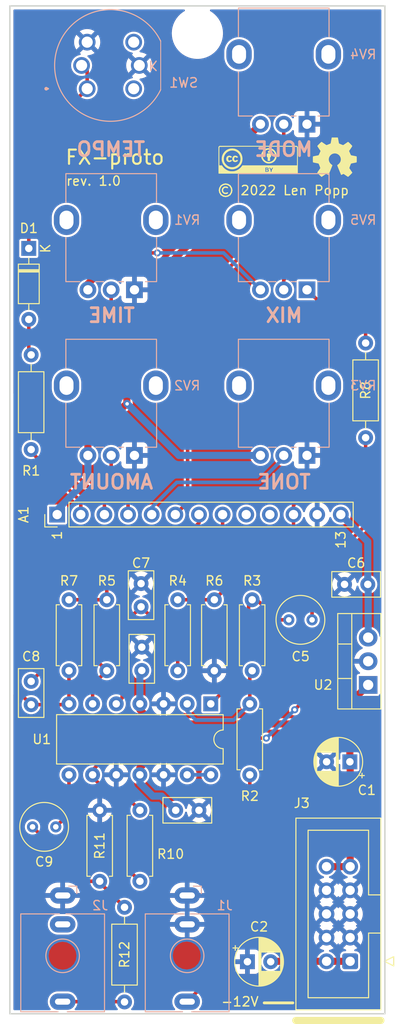
<source format=kicad_pcb>
(kicad_pcb (version 20211014) (generator pcbnew)
  (title_block (title "FX Module Prototype") (date "2022-08-26") (rev "1.0") (company "Len Popp") (comment 1 "Copyright © 2022 Len Popp CC BY") (comment 2 "Board settings comply with requirements of OSH Park https://oshpark.com/") (comment 3 "Eurorack format prototype FX module - 8HP"))
  (layers (0 "F.Cu" signal) (31 "B.Cu" signal) (36 "B.SilkS" user "B.Silkscreen") (37 "F.SilkS" user "F.Silkscreen") (38 "B.Mask" user) (39 "F.Mask" user) (44 "Edge.Cuts" user))
  (net 0 "")
  (net 1 "+12V")
  (net 2 "GND")
  (net 3 "-12V")
  (net 5 "Net-(A1-Pad2)")
  (net 6 "Net-(A1-Pad3)")
  (net 7 "Net-(A1-Pad4)")
  (net 8 "Net-(A1-Pad5)")
  (net 9 "Net-(A1-Pad6)")
  (net 10 "Net-(A1-Pad7)")
  (net 11 "Net-(A1-Pad8)")
  (net 14 "/DRY")
  (net 15 "+8V")
  (net 16 "Net-(C5-Pad1)")
  (net 17 "Net-(C7-Pad1)")
  (net 18 "Net-(C8-Pad2)")
  (net 19 "Net-(C8-Pad1)")
  (net 20 "Net-(J1-PadT)")
  (net 21 "Net-(J2-PadT)")
  (net 22 "Net-(R2-Pad2)")
  (net 23 "Net-(R10-Pad1)")
  (net 26 "Net-(C9-Pad2)")
  (net 27 "/VREF")
  (net 28 "Net-(U1-Pad13)")
  (net 29 "Net-(D1-Pad1)")
  (net 30 "Net-(D1-Pad2)")
  (net 31 "Net-(C9-Pad1)")
  (net 32 "Net-(R8-Pad1)")
  (footprint "-lmp-misc:Logo_CC_BY" (layer "F.Cu") (at 127 53.34)
    (fp_text reference "G1" hide)
    (fp_text value "Logo_CC_BY" hide)
  )
  (footprint "-lmp-misc:Logo_OSHW" (layer "F.Cu") (at 135.255 53.086)
    (fp_text reference "G3" hide)
    (fp_text value "Logo_OSHW" hide)
  )
  (footprint "-lmp-misc:R_Axial_DIN0207_L6.3mm_D2.5mm_P7.62mm_Horizontal" (layer "F.Cu") (at 122.301 100.584 -90)
    (fp_text reference "R6" (at -2.032 0 180) (layer "F.SilkS"))
    (fp_text value "2K2")
    (pad "1" thru_hole circle locked (at 0 0 270) (size 1.6 1.6) (drill 0.8) (layers *.Cu *.Mask) (net 11 "Net-(A1-Pad8)"))
    (pad "2" thru_hole oval locked (at 7.62 0 270) (size 1.6 1.6) (drill 0.8) (layers *.Cu *.Mask) (net 2 "GND"))
  )
  (footprint "-lmp-misc:R_Axial_DIN0207_L6.3mm_D2.5mm_P7.62mm_Horizontal" (layer "F.Cu") (at 126.111 119.38 90)
    (fp_text reference "R2" (at -2.286 0 180) (layer "F.SilkS"))
    (fp_text value "100K")
    (pad "1" thru_hole circle locked (at 0 0 90) (size 1.6 1.6) (drill 0.8) (layers *.Cu *.Mask) (net 20 "Net-(J1-PadT)"))
    (pad "2" thru_hole oval locked (at 7.62 0 90) (size 1.6 1.6) (drill 0.8) (layers *.Cu *.Mask) (net 22 "Net-(R2-Pad2)"))
  )
  (footprint "-lmp-misc:R_Axial_DIN0207_L6.3mm_D2.5mm_P10.16mm_Horizontal" (layer "F.Cu") (at 102.616 84.455 90)
    (fp_text reference "R1" (at -2.286 0 180) (layer "F.SilkS"))
    (fp_text value "1K")
    (pad "1" thru_hole circle locked (at 0 0 90) (size 1.6 1.6) (drill 0.8) (layers *.Cu *.Mask) (net 5 "Net-(A1-Pad2)"))
    (pad "2" thru_hole oval locked (at 10.16 0 90) (size 1.6 1.6) (drill 0.8) (layers *.Cu *.Mask) (net 30 "Net-(D1-Pad2)"))
  )
  (footprint "-lmp-synth:Module_ABE_Socket_Vert" (layer "F.Cu") (at 105.41 91.44 90)
    (fp_text reference "A1" (at 0 -3.6 90) (layer "F.SilkS"))
    (fp_text value "Module_ABE")
    (fp_text user "13" (at -1.651 30.48 90 unlocked) (layer "F.SilkS") (effects (justify right)))
    (fp_text user "1" (at -1.651 0 90 unlocked) (layer "F.SilkS") (effects (justify right)))
    (pad "1" thru_hole rect (at 0 0 90) (size 1.7 1.7) (drill 1) (layers *.Cu *.Mask) (net 27 "/VREF"))
    (pad "2" thru_hole oval (at 0 2.54 90) (size 1.7 1.7) (drill 1) (layers *.Cu *.Mask) (net 5 "Net-(A1-Pad2)"))
    (pad "3" thru_hole oval (at 0 5.08 90) (size 1.7 1.7) (drill 1) (layers *.Cu *.Mask) (net 6 "Net-(A1-Pad3)"))
    (pad "4" thru_hole oval (at 0 7.62 90) (size 1.7 1.7) (drill 1) (layers *.Cu *.Mask) (net 7 "Net-(A1-Pad4)"))
    (pad "5" thru_hole oval (at 0 10.16 90) (size 1.7 1.7) (drill 1) (layers *.Cu *.Mask) (net 8 "Net-(A1-Pad5)"))
    (pad "6" thru_hole oval (at 0 12.7 90) (size 1.7 1.7) (drill 1) (layers *.Cu *.Mask) (net 9 "Net-(A1-Pad6)"))
    (pad "7" thru_hole oval (at 0 15.24 90) (size 1.7 1.7) (drill 1) (layers *.Cu *.Mask) (net 10 "Net-(A1-Pad7)"))
    (pad "8" thru_hole oval (at 0 17.78 90) (size 1.7 1.7) (drill 1) (layers *.Cu *.Mask) (net 11 "Net-(A1-Pad8)"))
    (pad "9" thru_hole oval (at 0 20.32 90) (size 1.7 1.7) (drill 1) (layers *.Cu *.Mask))
    (pad "10" thru_hole oval (at 0 22.86 90) (size 1.7 1.7) (drill 1) (layers *.Cu *.Mask))
    (pad "11" thru_hole oval (at 0 25.4 90) (size 1.7 1.7) (drill 1) (layers *.Cu *.Mask) (net 14 "/DRY"))
    (pad "12" thru_hole oval (at 0 27.94 90) (size 1.7 1.7) (drill 1) (layers *.Cu *.Mask) (net 2 "GND"))
    (pad "13" thru_hole oval (at 0 30.48 90) (size 1.7 1.7) (drill 1) (layers *.Cu *.Mask) (net 15 "+8V"))
  )
  (footprint "-lmp-misc:R_Axial_DIN0207_L6.3mm_D2.5mm_P7.62mm_Horizontal" (layer "F.Cu") (at 126.365 108.204 90)
    (fp_text reference "R3" (at 9.652 0 180) (layer "F.SilkS"))
    (fp_text value "20K")
    (pad "1" thru_hole circle locked (at 0 0 90) (size 1.6 1.6) (drill 0.8) (layers *.Cu *.Mask) (net 22 "Net-(R2-Pad2)"))
    (pad "2" thru_hole oval locked (at 7.62 0 90) (size 1.6 1.6) (drill 0.8) (layers *.Cu *.Mask) (net 16 "Net-(C5-Pad1)"))
  )
  (footprint "-lmp-misc:R_Axial_DIN0207_L6.3mm_D2.5mm_P7.62mm_Horizontal" (layer "F.Cu") (at 109.982 130.81 90)
    (fp_text reference "R11" (at 3.81 0 90) (layer "F.SilkS"))
    (fp_text value "100K")
    (pad "1" thru_hole circle locked (at 0 0 90) (size 1.6 1.6) (drill 0.8) (layers *.Cu *.Mask) (net 26 "Net-(C9-Pad2)"))
    (pad "2" thru_hole oval locked (at 7.62 0 90) (size 1.6 1.6) (drill 0.8) (layers *.Cu *.Mask) (net 2 "GND"))
  )
  (footprint "-lmp-synth:IDC-Header-Eurorack-10-TH" (layer "F.Cu") (at 136.8965 139.401 180)
    (fp_text reference "J3" (at 5.1975 16.973) (layer "F.SilkS"))
    (fp_text value "Conn_Eurorack_10")
    (pad "1" thru_hole roundrect locked (at 0 0 180) (size 1.7 1.7) (drill 1) (layers *.Cu *.Mask) (roundrect_rratio 0.1470588235) (net 3 "-12V"))
    (pad "2" thru_hole circle locked (at 2.54 0 180) (size 1.7 1.7) (drill 1) (layers *.Cu *.Mask) (net 3 "-12V"))
    (pad "3" thru_hole circle locked (at 0 2.54 180) (size 1.7 1.7) (drill 1) (layers *.Cu *.Mask) (net 2 "GND"))
    (pad "4" thru_hole circle locked (at 2.54 2.54 180) (size 1.7 1.7) (drill 1) (layers *.Cu *.Mask) (net 2 "GND"))
    (pad "5" thru_hole circle locked (at 0 5.08 180) (size 1.7 1.7) (drill 1) (layers *.Cu *.Mask) (net 2 "GND"))
    (pad "6" thru_hole circle locked (at 2.54 5.08 180) (size 1.7 1.7) (drill 1) (layers *.Cu *.Mask) (net 2 "GND"))
    (pad "7" thru_hole circle locked (at 0 7.62 180) (size 1.7 1.7) (drill 1) (layers *.Cu *.Mask) (net 2 "GND"))
    (pad "8" thru_hole circle locked (at 2.54 7.62 180) (size 1.7 1.7) (drill 1) (layers *.Cu *.Mask) (net 2 "GND"))
    (pad "9" thru_hole circle locked (at 0 10.16 180) (size 1.7 1.7) (drill 1) (layers *.Cu *.Mask) (net 1 "+12V"))
    (pad "10" thru_hole circle locked (at 2.54 10.16 180) (size 1.7 1.7) (drill 1) (layers *.Cu *.Mask) (net 1 "+12V"))
  )
  (footprint "-lmp-holes:MountingHole_PCB_3.2mm_M3" (layer "F.Cu") (at 120.479998 39.77)
    (fp_text reference "REF**" hide)
    (fp_text value "MountingHole_PCB_3.2mm_M3")
    (pad "" np_thru_hole circle locked (at 0 0) (size 3.2 3.2) (drill 3.2) (layers *.Cu *.Mask))
  )
  (footprint "Package_TO_SOT_THT:TO-220-3_Vertical" (layer "F.Cu") (at 138.831 109.728 90)
    (fp_text reference "U2" (at 0 -4.846 180) (layer "F.SilkS"))
    (fp_text value "L7808")
    (pad "1" thru_hole rect (at 0 0 90) (size 1.905 2) (drill 1.1) (layers *.Cu *.Mask) (net 1 "+12V"))
    (pad "2" thru_hole oval (at 2.54 0 90) (size 1.905 2) (drill 1.1) (layers *.Cu *.Mask) (net 2 "GND"))
    (pad "3" thru_hole oval (at 5.08 0 90) (size 1.905 2) (drill 1.1) (layers *.Cu *.Mask) (net 15 "+8V"))
  )
  (footprint "-lmp-misc:CP_Radial_D5.0mm_P2.50mm" (layer "F.Cu") (at 136.866 117.983 180)
    (fp_text reference "C1" (at -1.818 -3.048) (layer "F.SilkS"))
    (fp_text value "10U")
    (pad "1" thru_hole rect locked (at 0 0 180) (size 1.6 1.6) (drill 0.8) (layers *.Cu *.Mask) (net 1 "+12V"))
    (pad "2" thru_hole circle locked (at 2.5 0 180) (size 1.6 1.6) (drill 0.8) (layers *.Cu *.Mask) (net 2 "GND"))
  )
  (footprint "-lmp-misc:R_Axial_DIN0207_L6.3mm_D2.5mm_P7.62mm_Horizontal" (layer "F.Cu") (at 118.364 100.584 -90)
    (fp_text reference "R4" (at -2.032 0 180) (layer "F.SilkS"))
    (fp_text value "10K")
    (pad "1" thru_hole circle locked (at 0 0 270) (size 1.6 1.6) (drill 0.8) (layers *.Cu *.Mask) (net 11 "Net-(A1-Pad8)"))
    (pad "2" thru_hole oval locked (at 7.62 0 270) (size 1.6 1.6) (drill 0.8) (layers *.Cu *.Mask) (net 17 "Net-(C7-Pad1)"))
  )
  (footprint "Package_DIP:DIP-14_W7.62mm" (layer "F.Cu") (at 121.92 111.76 -90)
    (fp_text reference "U1" (at 3.81 18.161 180) (layer "F.SilkS"))
    (fp_text value "TL074")
    (pad "1" thru_hole rect (at 0 0 270) (size 1.6 1.6) (drill 0.8) (layers *.Cu *.Mask) (net 16 "Net-(C5-Pad1)"))
    (pad "2" thru_hole oval (at 0 2.54 270) (size 1.6 1.6) (drill 0.8) (layers *.Cu *.Mask) (net 22 "Net-(R2-Pad2)"))
    (pad "3" thru_hole oval (at 0 5.08 270) (size 1.6 1.6) (drill 0.8) (layers *.Cu *.Mask) (net 2 "GND"))
    (pad "4" thru_hole oval (at 0 7.62 270) (size 1.6 1.6) (drill 0.8) (layers *.Cu *.Mask) (net 1 "+12V"))
    (pad "5" thru_hole oval (at 0 10.16 270) (size 1.6 1.6) (drill 0.8) (layers *.Cu *.Mask) (net 17 "Net-(C7-Pad1)"))
    (pad "6" thru_hole oval (at 0 12.7 270) (size 1.6 1.6) (drill 0.8) (layers *.Cu *.Mask) (net 19 "Net-(C8-Pad1)"))
    (pad "7" thru_hole oval (at 0 15.24 270) (size 1.6 1.6) (drill 0.8) (layers *.Cu *.Mask) (net 18 "Net-(C8-Pad2)"))
    (pad "8" thru_hole oval (at 7.62 15.24 270) (size 1.6 1.6) (drill 0.8) (layers *.Cu *.Mask) (net 31 "Net-(C9-Pad1)"))
    (pad "9" thru_hole oval (at 7.62 12.7 270) (size 1.6 1.6) (drill 0.8) (layers *.Cu *.Mask) (net 23 "Net-(R10-Pad1)"))
    (pad "10" thru_hole oval (at 7.62 10.16 270) (size 1.6 1.6) (drill 0.8) (layers *.Cu *.Mask) (net 2 "GND"))
    (pad "11" thru_hole oval (at 7.62 7.62 270) (size 1.6 1.6) (drill 0.8) (layers *.Cu *.Mask) (net 3 "-12V"))
    (pad "12" thru_hole oval (at 7.62 5.08 270) (size 1.6 1.6) (drill 0.8) (layers *.Cu *.Mask) (net 2 "GND"))
    (pad "13" thru_hole oval (at 7.62 2.54 270) (size 1.6 1.6) (drill 0.8) (layers *.Cu *.Mask) (net 28 "Net-(U1-Pad13)"))
    (pad "14" thru_hole oval (at 7.62 0 270) (size 1.6 1.6) (drill 0.8) (layers *.Cu *.Mask) (net 28 "Net-(U1-Pad13)"))
  )
  (footprint "-lmp-misc:R_Axial_DIN0207_L6.3mm_D2.5mm_P10.16mm_Horizontal" (layer "F.Cu") (at 138.557 73.025 -90)
    (fp_text reference "R8" (at 5.08 0 90) (layer "F.SilkS"))
    (fp_text value "50K")
    (pad "1" thru_hole circle locked (at 0 0 270) (size 1.6 1.6) (drill 0.8) (layers *.Cu *.Mask) (net 32 "Net-(R8-Pad1)"))
    (pad "2" thru_hole oval locked (at 10.16 0 270) (size 1.6 1.6) (drill 0.8) (layers *.Cu *.Mask) (net 23 "Net-(R10-Pad1)"))
  )
  (footprint "-lmp-misc:R_Axial_DIN0207_L6.3mm_D2.5mm_P7.62mm_Horizontal" (layer "F.Cu") (at 106.68 100.584 -90)
    (fp_text reference "R7" (at -2.032 0 180) (layer "F.SilkS"))
    (fp_text value "2K2")
    (pad "1" thru_hole circle locked (at 0 0 270) (size 1.6 1.6) (drill 0.8) (layers *.Cu *.Mask) (net 10 "Net-(A1-Pad7)"))
    (pad "2" thru_hole oval locked (at 7.62 0 270) (size 1.6 1.6) (drill 0.8) (layers *.Cu *.Mask) (net 18 "Net-(C8-Pad2)"))
  )
  (footprint "-lmp-misc:C_Disc_D5.0mm_W2.5mm_P2.50mm" (layer "F.Cu") (at 102.616 109.347 -90)
    (fp_text reference "C8" (at -2.667 0 180) (layer "F.SilkS"))
    (fp_text value "470P")
    (pad "1" thru_hole circle locked (at 0 0 270) (size 1.6 1.6) (drill 0.8) (layers *.Cu *.Mask) (net 19 "Net-(C8-Pad1)"))
    (pad "2" thru_hole circle locked (at 2.5 0 270) (size 1.6 1.6) (drill 0.8) (layers *.Cu *.Mask) (net 18 "Net-(C8-Pad2)"))
  )
  (footprint "-lmp-misc:R_Axial_DIN0207_L6.3mm_D2.5mm_P7.62mm_Horizontal" (layer "F.Cu") (at 114.3 123.19 -90)
    (fp_text reference "R10" (at 4.699 -3.302 180) (layer "F.SilkS"))
    (fp_text value "120K")
    (pad "1" thru_hole circle locked (at 0 0 270) (size 1.6 1.6) (drill 0.8) (layers *.Cu *.Mask) (net 23 "Net-(R10-Pad1)"))
    (pad "2" thru_hole oval locked (at 7.62 0 270) (size 1.6 1.6) (drill 0.8) (layers *.Cu *.Mask) (net 31 "Net-(C9-Pad1)"))
  )
  (footprint "-lmp-misc:C_Disc_D5.0mm_W2.5mm_P2.50mm" (layer "F.Cu") (at 114.427 101.346 90)
    (fp_text reference "C7" (at 4.699 0 180) (layer "F.SilkS"))
    (fp_text value "470P")
    (pad "1" thru_hole circle locked (at 0 0 90) (size 1.6 1.6) (drill 0.8) (layers *.Cu *.Mask) (net 17 "Net-(C7-Pad1)"))
    (pad "2" thru_hole circle locked (at 2.5 0 90) (size 1.6 1.6) (drill 0.8) (layers *.Cu *.Mask) (net 2 "GND"))
  )
  (footprint "-lmp-misc:C_Radial_D5.0mm_H5.0mm_P2.50mm" (layer "F.Cu") (at 105.263 124.968 180)
    (fp_text reference "C9" (at 1.25 -3.75) (layer "F.SilkS"))
    (fp_text value "10U")
    (pad "1" thru_hole circle locked (at 0 0 180) (size 1.2 1.2) (drill 0.6) (layers *.Cu *.Mask) (net 31 "Net-(C9-Pad1)"))
    (pad "2" thru_hole circle locked (at 2.5 0 180) (size 1.2 1.2) (drill 0.6) (layers *.Cu *.Mask) (net 26 "Net-(C9-Pad2)"))
  )
  (footprint "-lmp-misc:C_Disc_D5.0mm_W2.5mm_P2.50mm" (layer "F.Cu") (at 138.791 98.933 180)
    (fp_text reference "C6" (at 1.25 2.286) (layer "F.SilkS"))
    (fp_text value "100N")
    (pad "1" thru_hole circle locked (at 0 0 180) (size 1.6 1.6) (drill 0.8) (layers *.Cu *.Mask) (net 15 "+8V"))
    (pad "2" thru_hole circle locked (at 2.5 0 180) (size 1.6 1.6) (drill 0.8) (layers *.Cu *.Mask) (net 2 "GND"))
  )
  (footprint "-lmp-misc:C_Disc_D5.0mm_W2.5mm_P2.50mm" (layer "F.Cu") (at 120.65 123.19 180)
    (fp_text reference "C4" hide)
    (fp_text value "100N")
    (pad "1" thru_hole circle locked (at 0 0 180) (size 1.6 1.6) (drill 0.8) (layers *.Cu *.Mask) (net 2 "GND"))
    (pad "2" thru_hole circle locked (at 2.5 0 180) (size 1.6 1.6) (drill 0.8) (layers *.Cu *.Mask) (net 3 "-12V"))
  )
  (footprint "-lmp-misc:CP_Radial_D5.0mm_P2.50mm" (layer "F.Cu") (at 125.857 139.446)
    (fp_text reference "C2" (at 1.25 -3.75) (layer "F.SilkS"))
    (fp_text value "10U")
    (pad "1" thru_hole rect locked (at 0 0) (size 1.6 1.6) (drill 0.8) (layers *.Cu *.Mask) (net 2 "GND"))
    (pad "2" thru_hole circle locked (at 2.5 0) (size 1.6 1.6) (drill 0.8) (layers *.Cu *.Mask) (net 3 "-12V"))
  )
  (footprint "Diode_THT:D_DO-35_SOD27_P7.62mm_Horizontal" (layer "F.Cu") (at 102.362 62.865 -90)
    (fp_text reference "D1" (at -2.159 0 180) (layer "F.SilkS"))
    (fp_text value "1N4148")
    (fp_text user "K" (at 0 -1.8 90) (layer "F.SilkS"))
    (pad "1" thru_hole rect (at 0 0 270) (size 1.6 1.6) (drill 0.8) (layers *.Cu *.Mask) (net 29 "Net-(D1-Pad1)"))
    (pad "2" thru_hole oval (at 7.62 0 270) (size 1.6 1.6) (drill 0.8) (layers *.Cu *.Mask) (net 30 "Net-(D1-Pad2)"))
  )
  (footprint "-lmp-misc:C_Disc_D5.0mm_W2.5mm_P2.50mm" (layer "F.Cu") (at 114.5032 108.1786 90)
    (fp_text reference "C3" hide)
    (fp_text value "100N")
    (pad "1" thru_hole circle locked (at 0 0 90) (size 1.6 1.6) (drill 0.8) (layers *.Cu *.Mask) (net 1 "+12V"))
    (pad "2" thru_hole circle locked (at 2.5 0 90) (size 1.6 1.6) (drill 0.8) (layers *.Cu *.Mask) (net 2 "GND"))
  )
  (footprint "-lmp-misc:R_Axial_DIN0207_L6.3mm_D2.5mm_P7.62mm_Horizontal" (layer "F.Cu") (at 110.744 100.584 -90)
    (fp_text reference "R5" (at -2.032 0 180) (layer "F.SilkS"))
    (fp_text value "10K")
    (pad "1" thru_hole circle locked (at 0 0 270) (size 1.6 1.6) (drill 0.8) (layers *.Cu *.Mask) (net 10 "Net-(A1-Pad7)"))
    (pad "2" thru_hole oval locked (at 7.62 0 270) (size 1.6 1.6) (drill 0.8) (layers *.Cu *.Mask) (net 19 "Net-(C8-Pad1)"))
  )
  (footprint "-lmp-misc:C_Radial_D5.0mm_H5.0mm_P2.50mm" (layer "F.Cu") (at 130.302 102.743)
    (fp_text reference "C5" (at 1.27 3.937) (layer "F.SilkS"))
    (fp_text value "10U")
    (pad "1" thru_hole circle locked (at 0 0) (size 1.2 1.2) (drill 0.6) (layers *.Cu *.Mask) (net 16 "Net-(C5-Pad1)"))
    (pad "2" thru_hole circle locked (at 2.5 0) (size 1.2 1.2) (drill 0.6) (layers *.Cu *.Mask) (net 14 "/DRY"))
  )
  (footprint "-lmp-misc:R_Axial_DIN0207_L6.3mm_D2.5mm_P10.16mm_Horizontal" (layer "F.Cu") (at 112.649 133.604 -90)
    (fp_text reference "R12" (at 5.08 0 90) (layer "F.SilkS"))
    (fp_text value "270R")
    (pad "1" thru_hole circle locked (at 0 0 270) (size 1.6 1.6) (drill 0.8) (layers *.Cu *.Mask) (net 26 "Net-(C9-Pad2)"))
    (pad "2" thru_hole oval locked (at 10.16 0 270) (size 1.6 1.6) (drill 0.8) (layers *.Cu *.Mask) (net 21 "Net-(J2-PadT)"))
  )
  (footprint "-lmp-synth:Jack_3.5mm_QingPu_WQP-PJ398SM_Vertical" (layer "B.Cu") (at 119.38 132.334 180)
    (fp_text reference "J1" (at -4.03 -1.08) (layer "B.SilkS") (effects (justify mirror)))
    (fp_text value "WQP-PJ398")
    (pad "S" thru_hole oval (at 0 0) (size 2.75 1.75) (drill oval 1.65 0.65) (layers *.Cu *.Mask) (net 2 "GND"))
    (pad "T" thru_hole oval (at 0 -11.4) (size 2.75 1.75) (drill oval 1.65 0.65) (layers *.Cu *.Mask) (net 20 "Net-(J1-PadT)"))
    (pad "TN" thru_hole oval (at 0 -3.1) (size 2.75 1.75) (drill oval 1.65 0.65) (layers *.Cu *.Mask) (net 2 "GND"))
  )
  (footprint "-lmp-synth:Potentiometer_SongHuei_Single_Vertical" (layer "B.Cu") (at 113.7158 85.09 90)
    (fp_text reference "RV2" (at 7.493 5.6642 180) (layer "B.SilkS") (effects (justify mirror)))
    (fp_text value "50K")
    (pad "" thru_hole oval (at 7.5 2.3) (size 2.72 3.24) (drill oval 1.5 2) (layers *.Cu *.Mask))
    (pad "" thru_hole oval (at 7.5 -7.3) (size 2.72 3.24) (drill oval 1.5 2) (layers *.Cu *.Mask))
    (pad "1" thru_hole rect (at 0 0) (size 1.8 1.8) (drill 1) (layers *.Cu *.Mask) (net 2 "GND"))
    (pad "2" thru_hole circle (at 0 -2.5) (size 1.8 1.8) (drill 1) (layers *.Cu *.Mask) (net 7 "Net-(A1-Pad4)"))
    (pad "3" thru_hole circle (at 0 -5) (size 1.8 1.8) (drill 1) (layers *.Cu *.Mask) (net 27 "/VREF"))
  )
  (footprint "-lmp-synth:Potentiometer_SongHuei_Single_Vertical" (layer "B.Cu") (at 132.2578 67.31 90)
    (fp_text reference "RV5" (at 7.493 6.0452 180) (layer "B.SilkS") (effects (justify mirror)))
    (fp_text value "100K")
    (pad "" thru_hole oval (at 7.5 2.3) (size 2.72 3.24) (drill oval 1.5 2) (layers *.Cu *.Mask))
    (pad "" thru_hole oval (at 7.5 -7.3) (size 2.72 3.24) (drill oval 1.5 2) (layers *.Cu *.Mask))
    (pad "1" thru_hole rect (at 0 0) (size 1.8 1.8) (drill 1) (layers *.Cu *.Mask) (net 14 "/DRY"))
    (pad "2" thru_hole circle (at 0 -2.5) (size 1.8 1.8) (drill 1) (layers *.Cu *.Mask) (net 32 "Net-(R8-Pad1)"))
    (pad "3" thru_hole circle (at 0 -5) (size 1.8 1.8) (drill 1) (layers *.Cu *.Mask) (net 18 "Net-(C8-Pad2)"))
  )
  (footprint "-lmp-synth:Potentiometer_SongHuei_Single_Vertical" (layer "B.Cu") (at 132.2578 85.09 90)
    (fp_text reference "RV3" (at 7.493 6.0452 180) (layer "B.SilkS") (effects (justify mirror)))
    (fp_text value "50K")
    (pad "" thru_hole oval (at 7.5 2.3) (size 2.72 3.24) (drill oval 1.5 2) (layers *.Cu *.Mask))
    (pad "" thru_hole oval (at 7.5 -7.3) (size 2.72 3.24) (drill oval 1.5 2) (layers *.Cu *.Mask))
    (pad "1" thru_hole rect (at 0 0) (size 1.8 1.8) (drill 1) (layers *.Cu *.Mask) (net 2 "GND"))
    (pad "2" thru_hole circle (at 0 -2.5) (size 1.8 1.8) (drill 1) (layers *.Cu *.Mask) (net 8 "Net-(A1-Pad5)"))
    (pad "3" thru_hole circle (at 0 -5) (size 1.8 1.8) (drill 1) (layers *.Cu *.Mask) (net 27 "/VREF"))
  )
  (footprint "-lmp-synth:Potentiometer_SongHuei_Single_Vertical" (layer "B.Cu") (at 113.7158 67.31 90)
    (fp_text reference "RV1" (at 7.493 5.6642 180) (layer "B.SilkS") (effects (justify mirror)))
    (fp_text value "50K")
    (pad "" thru_hole oval (at 7.5 2.3) (size 2.72 3.24) (drill oval 1.5 2) (layers *.Cu *.Mask))
    (pad "" thru_hole oval (at 7.5 -7.3) (size 2.72 3.24) (drill oval 1.5 2) (layers *.Cu *.Mask))
    (pad "1" thru_hole rect (at 0 0) (size 1.8 1.8) (drill 1) (layers *.Cu *.Mask) (net 2 "GND"))
    (pad "2" thru_hole circle (at 0 -2.5) (size 1.8 1.8) (drill 1) (layers *.Cu *.Mask) (net 6 "Net-(A1-Pad3)"))
    (pad "3" thru_hole circle (at 0 -5) (size 1.8 1.8) (drill 1) (layers *.Cu *.Mask) (net 27 "/VREF"))
  )
  (footprint "-lmp-synth:Potentiometer_SongHuei_Single_Vertical" (layer "B.Cu") (at 132.2578 49.53 90)
    (fp_text reference "RV4" (at 7.493 6.0452 180) (layer "B.SilkS") (effects (justify mirror)))
    (fp_text value "50K")
    (pad "" thru_hole oval (at 7.5 2.3) (size 2.72 3.24) (drill oval 1.5 2) (layers *.Cu *.Mask))
    (pad "" thru_hole oval (at 7.5 -7.3) (size 2.72 3.24) (drill oval 1.5 2) (layers *.Cu *.Mask))
    (pad "1" thru_hole rect (at 0 0) (size 1.8 1.8) (drill 1) (layers *.Cu *.Mask) (net 2 "GND"))
    (pad "2" thru_hole circle (at 0 -2.5) (size 1.8 1.8) (drill 1) (layers *.Cu *.Mask) (net 9 "Net-(A1-Pad6)"))
    (pad "3" thru_hole circle (at 0 -5) (size 1.8 1.8) (drill 1) (layers *.Cu *.Mask) (net 27 "/VREF"))
  )
  (footprint "-lmp-synth:Jack_3.5mm_QingPu_WQP-PJ398SM_Vertical" (layer "B.Cu") (at 106 132.334 180)
    (fp_text reference "J2" (at -4.03 -1.08) (layer "B.SilkS") (effects (justify mirror)))
    (fp_text value "WQP-PJ398")
    (pad "S" thru_hole oval (at 0 0) (size 2.75 1.75) (drill oval 1.65 0.65) (layers *.Cu *.Mask) (net 2 "GND"))
    (pad "T" thru_hole oval (at 0 -11.4) (size 2.75 1.75) (drill oval 1.65 0.65) (layers *.Cu *.Mask) (net 21 "Net-(J2-PadT)"))
    (pad "TN" thru_hole oval (at 0 -3.1) (size 2.75 1.75) (drill oval 1.65 0.65) (layers *.Cu *.Mask))
  )
  (footprint "-lmp-synth:SW_Push_LED_C&K_D6R" (layer "B.Cu") (at 108.6358 45.72)
    (fp_text reference "SW1" (at 10.3632 -0.635) (layer "B.SilkS") (effects (font (size 1.016 1.016) (thickness 0.1524)) (justify mirror)))
    (fp_text value "SW_LED" hide)
    (fp_text user "K" (at 7.1 -2.5 180 unlocked) (layer "B.SilkS") (effects (justify mirror)))
    (pad "1" thru_hole circle (at 0 0) (size 1.8 1.8) (drill 1.2) (layers *.Cu *.Mask) (net 29 "Net-(D1-Pad1)"))
    (pad "2" thru_hole circle (at 5 0) (size 1.8 1.8) (drill 1.2) (layers *.Cu *.Mask))
    (pad "3" thru_hole circle (at 0 -5) (size 1.8 1.8) (drill 1.2) (layers *.Cu *.Mask) (net 2 "GND"))
    (pad "4" thru_hole circle (at 5 -5) (size 1.8 1.8) (drill 1.2) (layers *.Cu *.Mask))
    (pad "5" thru_hole circle (at -0.6 -2.5) (size 1.8 1.8) (drill 1.2) (layers *.Cu *.Mask) (net 29 "Net-(D1-Pad1)"))
    (pad "6" thru_hole circle (at 5.6 -2.5) (size 1.8 1.8) (drill 1.2) (layers *.Cu *.Mask) (net 2 "GND"))
  )
  (gr_line (start 130.7338 143.8656) (end 127.6604 143.8656) (layer "F.SilkS") (width 0.3048))
  (gr_line (start 140.629996 36.83) (end 140.629996 145.034) (layer "Edge.Cuts") (width 0.1524))
  (gr_line (start 140.629996 145.034) (end 100.33 145.034) (layer "Edge.Cuts") (width 0.1524))
  (gr_line (start 100.33 36.83) (end 140.629996 36.83) (layer "Edge.Cuts") (width 0.1524))
  (gr_line (start 100.33 145.034) (end 100.33 36.83) (layer "Edge.Cuts") (width 0.1524))
  (gr_text "TONE" (at 129.794 87.9348) (layer "B.SilkS") (effects (font (size 1.5 1.5) (thickness 0.3)) (justify mirror)))
  (gr_text "AMOUNT" (at 111.252 87.9348) (layer "B.SilkS") (effects (font (size 1.5 1.5) (thickness 0.3)) (justify mirror)))
  (gr_text "TEMPO" (at 111.1758 52.2224) (layer "B.SilkS") (effects (font (size 1.5 1.5) (thickness 0.3)) (justify mirror)))
  (gr_text "TIME" (at 111.252 70.0532) (layer "B.SilkS") (effects (font (size 1.5 1.5) (thickness 0.3)) (justify mirror)))
  (gr_text "MODE" (at 129.7432 52.2224) (layer "B.SilkS") (effects (font (size 1.5 1.5) (thickness 0.3)) (justify mirror)))
  (gr_text "MIX" (at 129.794 70.0532) (layer "B.SilkS") (effects (font (size 1.5 1.5) (thickness 0.3)) (justify mirror)))
  (gr_text "© 2022 Len Popp" (at 122.555 56.642) (layer "F.SilkS") (effects (font (size 1 1)) (justify left)))
  (gr_text "-12V" (at 127.1524 143.7386) (layer "F.SilkS") (effects (font (size 1 1)) (justify right)))
  (gr_text "FX-proto" (at 106.172 53.086) (layer "F.SilkS") (effects (font (size 1.524 1.524) (thickness 0.2286)) (justify left)))
  (gr_text "rev. ${REVISION}" (at 106.299 55.626) (layer "F.SilkS") (effects (font (size 1 1)) (justify left)))
  (segment (start 136.866 117.983) (end 136.866 111.693) (width 0.762) (layer "F.Cu") (net 1))
  (segment (start 114.3 111.76) (end 114.3 112.395) (width 0.762) (layer "F.Cu") (net 1))
  (segment (start 114.3 112.395) (end 115.824 113.919) (width 0.762) (layer "F.Cu") (net 1))
  (segment (start 115.824 113.919) (end 136.572 113.919) (width 0.762) (layer "F.Cu") (net 1))
  (segment (start 136.866 111.693) (end 138.831 109.728) (width 0.762) (layer "F.Cu") (net 1))
  (segment (start 134.3565 129.241) (end 136.8965 129.241) (width 0.762) (layer "F.Cu") (net 1))
  (segment (start 136.8965 118.0135) (end 136.866 117.983) (width 0.762) (layer "F.Cu") (net 1))
  (segment (start 136.8965 129.241) (end 136.8965 118.0135) (width 0.762) (layer "F.Cu") (net 1))
  (segment (start 114.3 111.76) (end 114.3 108.3818) (width 0.762) (layer "B.Cu") (net 1))
  (segment (start 114.3 108.3818) (end 114.5032 108.1786) (width 0.762) (layer "B.Cu") (net 1))
  (segment (start 114.3 118.618) (end 114.3 119.38) (width 0.762) (layer "F.Cu") (net 3))
  (segment (start 131.527 121.5194) (end 127.1016 117.094) (width 0.762) (layer "F.Cu") (net 3))
  (segment (start 136.8965 139.401) (end 134.3565 139.401) (width 0.762) (layer "F.Cu") (net 3))
  (segment (start 127.1016 117.094) (end 115.824 117.094) (width 0.762) (layer "F.Cu") (net 3))
  (segment (start 134.3565 139.401) (end 131.527 139.401) (width 0.762) (layer "F.Cu") (net 3))
  (segment (start 131.527 139.401) (end 128.402 139.401) (width 0.762) (layer "F.Cu") (net 3))
  (segment (start 115.824 117.094) (end 114.3 118.618) (width 0.762) (layer "F.Cu") (net 3))
  (segment (start 128.402 139.401) (end 128.357 139.446) (width 0.762) (layer "F.Cu") (net 3))
  (segment (start 131.527 139.401) (end 131.527 121.5194) (width 0.762) (layer "F.Cu") (net 3))
  (segment (start 116.626 121.666) (end 115.697 121.666) (width 0.762) (layer "B.Cu") (net 3))
  (segment (start 114.3 120.269) (end 115.697 121.666) (width 0.762) (layer "B.Cu") (net 3))
  (segment (start 118.15 123.19) (end 116.626 121.666) (width 0.762) (layer "B.Cu") (net 3))
  (segment (start 114.3 119.38) (end 114.3 120.269) (width 0.762) (layer "B.Cu") (net 3))
  (segment (start 102.616 84.709) (end 102.616 84.455) (width 0.381) (layer "F.Cu") (net 5))
  (segment (start 107.95 91.44) (end 107.95 90.043) (width 0.381) (layer "F.Cu") (net 5))
  (segment (start 107.95 90.043) (end 102.616 84.709) (width 0.381) (layer "F.Cu") (net 5))
  (segment (start 110.49 90.2208) (end 110.49 91.44) (width 0.381) (layer "F.Cu") (net 6))
  (segment (start 106.934 82.042) (end 106.934 86.6648) (width 0.381) (layer "F.Cu") (net 6))
  (segment (start 111.2158 77.7602) (end 106.934 82.042) (width 0.381) (layer "F.Cu") (net 6))
  (segment (start 106.934 86.6648) (end 110.49 90.2208) (width 0.381) (layer "F.Cu") (net 6))
  (segment (start 111.2158 67.31) (end 111.2158 77.7602) (width 0.381) (layer "F.Cu") (net 6))
  (segment (start 113.03 89.4588) (end 111.2158 87.6446) (width 0.381) (layer "F.Cu") (net 7))
  (segment (start 113.03 91.44) (end 113.03 89.4588) (width 0.381) (layer "F.Cu") (net 7))
  (segment (start 111.2158 87.6446) (end 111.2158 85.09) (width 0.381) (layer "F.Cu") (net 7))
  (segment (start 118.2624 87.9856) (end 127.1343 87.9856) (width 0.381) (layer "B.Cu") (net 8))
  (segment (start 127.1343 87.9856) (end 129.7578 85.3621) (width 0.381) (layer "B.Cu") (net 8))
  (segment (start 115.57 90.678) (end 118.2624 87.9856) (width 0.381) (layer "B.Cu") (net 8))
  (segment (start 115.57 91.44) (end 115.57 90.678) (width 0.381) (layer "B.Cu") (net 8))
  (segment (start 129.7578 85.3621) (end 129.7578 85.09) (width 0.381) (layer "B.Cu") (net 8))
  (segment (start 119.4308 69.3928) (end 129.7578 59.0658) (width 0.381) (layer "F.Cu") (net 9))
  (segment (start 119.4308 90.1192) (end 119.4308 69.3928) (width 0.381) (layer "F.Cu") (net 9))
  (segment (start 118.11 91.44) (end 119.4308 90.1192) (width 0.381) (layer "F.Cu") (net 9))
  (segment (start 129.7578 59.0658) (end 129.7578 49.53) (width 0.381) (layer "F.Cu") (net 9))
  (segment (start 110.744 99.1235) (end 115.1255 94.742) (width 0.381) (layer "F.Cu") (net 10))
  (segment (start 118.237 94.742) (end 120.65 92.329) (width 0.381) (layer "F.Cu") (net 10))
  (segment (start 115.1255 94.742) (end 118.237 94.742) (width 0.381) (layer "F.Cu") (net 10))
  (segment (start 120.65 92.329) (end 120.65 91.44) (width 0.381) (layer "F.Cu") (net 10))
  (segment (start 106.68 100.584) (end 110.744 100.584) (width 0.381) (layer "F.Cu") (net 10))
  (segment (start 110.744 100.584) (end 110.744 99.1235) (width 0.381) (layer "F.Cu") (net 10))
  (segment (start 122.301 100.584) (end 123.19 99.695) (width 0.381) (layer "F.Cu") (net 11))
  (segment (start 123.19 99.695) (end 123.19 91.44) (width 0.381) (layer "F.Cu") (net 11))
  (segment (start 118.364 100.584) (end 122.301 100.584) (width 0.381) (layer "F.Cu") (net 11))
  (segment (start 132.2832 67.31) (end 136.906 71.9328) (width 0.381) (layer "F.Cu") (net 14))
  (segment (start 130.81 90.424) (end 130.81 91.44) (width 0.381) (layer "F.Cu") (net 14))
  (segment (start 132.802 102.743) (end 132.802 98.385) (width 0.381) (layer "F.Cu") (net 14))
  (segment (start 136.906 84.328) (end 130.81 90.424) (width 0.381) (layer "F.Cu") (net 14))
  (segment (start 132.802 98.385) (end 130.81 96.393) (width 0.381) (layer "F.Cu") (net 14))
  (segment (start 136.906 71.9328) (end 136.906 84.328) (width 0.381) (layer "F.Cu") (net 14))
  (segment (start 132.2578 67.31) (end 132.2832 67.31) (width 0.381) (layer "F.Cu") (net 14))
  (segment (start 130.81 96.393) (end 130.81 91.44) (width 0.381) (layer "F.Cu") (net 14))
  (segment (start 138.831 98.973) (end 138.791 98.933) (width 0.762) (layer "B.Cu") (net 15))
  (segment (start 138.831 104.648) (end 138.831 98.973) (width 0.762) (layer "B.Cu") (net 15))
  (segment (start 138.791 98.933) (end 138.791 94.341) (width 0.762) (layer "B.Cu") (net 15))
  (segment (start 138.791 94.341) (end 135.89 91.44) (width 0.762) (layer "B.Cu") (net 15))
  (segment (start 130.302 102.743) (end 129.032 102.743) (width 0.381) (layer "F.Cu") (net 16))
  (segment (start 126.873 100.584) (end 126.365 100.584) (width 0.381) (layer "F.Cu") (net 16))
  (segment (start 129.032 102.743) (end 126.873 100.584) (width 0.381) (layer "F.Cu") (net 16))
  (segment (start 124.333 109.347) (end 124.333 106.68) (width 0.381) (layer "F.Cu") (net 16))
  (segment (start 121.92 111.76) (end 124.333 109.347) (width 0.381) (layer "F.Cu") (net 16))
  (segment (start 125.984 105.029) (end 125.984 100.965) (width 0.381) (layer "F.Cu") (net 16))
  (segment (start 124.333 106.68) (end 125.984 105.029) (width 0.381) (layer "F.Cu") (net 16))
  (segment (start 125.984 100.965) (end 126.365 100.584) (width 0.381) (layer "F.Cu") (net 16))
  (segment (start 114.427 101.346) (end 118.364 105.283) (width 0.381) (layer "F.Cu") (net 17))
  (segment (start 112.395 103.378) (end 114.427 101.346) (width 0.381) (layer "F.Cu") (net 17))
  (segment (start 118.364 105.283) (end 118.364 108.204) (width 0.381) (layer "F.Cu") (net 17))
  (segment (start 111.76 111.76) (end 112.395 111.125) (width 0.381) (layer "F.Cu") (net 17))
  (segment (start 112.395 111.125) (end 112.395 103.378) (width 0.381) (layer "F.Cu") (net 17))
  (segment (start 106.212 111.76) (end 106.68 111.76) (width 0.381) (layer "F.Cu") (net 18))
  (segment (start 106.125 111.847) (end 106.212 111.76) (width 0.381) (layer "F.Cu") (net 18))
  (segment (start 100.965 78.994) (end 105.918 74.041) (width 0.381) (layer "F.Cu") (net 18))
  (segment (start 105.918 74.041) (end 105.918 67.1068) (width 0.381) (layer "F.Cu") (net 18))
  (segment (start 100.965 110.196) (end 100.965 78.994) (width 0.381) (layer "F.Cu") (net 18))
  (segment (start 102.616 111.847) (end 100.965 110.196) (width 0.381) (layer "F.Cu") (net 18))
  (segment (start 109.6772 63.3476) (end 116.1796 63.3476) (width 0.381) (layer "F.Cu") (net 18))
  (segment (start 106.68 108.204) (end 106.68 111.76) (width 0.381) (layer "F.Cu") (net 18))
  (segment (start 102.616 111.847) (end 106.125 111.847) (width 0.381) (layer "F.Cu") (net 18))
  (segment (start 105.918 67.1068) (end 109.6772 63.3476) (width 0.381) (layer "F.Cu") (net 18))
  (via (at 116.1796 63.3476) (size 0.762) (drill 0.381) (layers "F.Cu" "B.Cu") (net 18))
  (segment (start 127.2578 67.31) (end 123.2954 63.3476) (width 0.381) (layer "B.Cu") (net 18))
  (segment (start 123.2954 63.3476) (end 116.1796 63.3476) (width 0.381) (layer "B.Cu") (net 18))
  (segment (start 110.744 108.204) (end 109.093 106.553) (width 0.381) (layer "F.Cu") (net 19))
  (segment (start 110.744 108.204) (end 109.22 109.728) (width 0.381) (layer "F.Cu") (net 19))
  (segment (start 109.22 109.728) (end 109.22 111.76) (width 0.381) (layer "F.Cu") (net 19))
  (segment (start 105.41 106.553) (end 102.616 109.347) (width 0.381) (layer "F.Cu") (net 19))
  (segment (start 109.093 106.553) (end 105.41 106.553) (width 0.381) (layer "F.Cu") (net 19))
  (segment (start 122.555 140.559) (end 122.555 131.953) (width 0.381) (layer "F.Cu") (net 20))
  (segment (start 119.38 143.734) (end 122.555 140.559) (width 0.381) (layer "F.Cu") (net 20))
  (segment (start 126.111 128.397) (end 126.111 119.38) (width 0.381) (layer "F.Cu") (net 20))
  (segment (start 122.555 131.953) (end 126.111 128.397) (width 0.381) (layer "F.Cu") (net 20))
  (segment (start 106 143.734) (end 112.619 143.734) (width 0.381) (layer "F.Cu") (net 21))
  (segment (start 112.619 143.734) (end 112.649 143.764) (width 0.381) (layer "F.Cu") (net 21))
  (segment (start 126.111 108.458) (end 126.365 108.204) (width 0.381) (layer "F.Cu") (net 22))
  (segment (start 126.111 111.76) (end 126.111 108.458) (width 0.381) (layer "F.Cu") (net 22))
  (segment (start 119.38 111.76) (end 119.38 112.5728) (width 0.381) (layer "B.Cu") (net 22))
  (segment (start 120.3198 113.5126) (end 124.3584 113.5126) (width 0.381) (layer "B.Cu") (net 22))
  (segment (start 124.3584 113.5126) (end 126.111 111.76) (width 0.381) (layer "B.Cu") (net 22))
  (segment (start 119.38 112.5728) (end 120.3198 113.5126) (width 0.381) (layer "B.Cu") (net 22))
  (segment (start 110.998 121.412) (end 109.22 119.634) (width 0.381) (layer "F.Cu") (net 23))
  (segment (start 138.557 92.583) (end 138.557 83.185) (width 0.381) (layer "F.Cu") (net 23))
  (segment (start 114.3 123.19) (end 112.522 121.412) (width 0.381) (layer "F.Cu") (net 23))
  (segment (start 134.366 96.774) (end 138.557 92.583) (width 0.381) (layer "F.Cu") (net 23))
  (segment (start 127.889 115.443) (end 112.649 115.443) (width 0.381) (layer "F.Cu") (net 23))
  (segment (start 109.22 118.872) (end 109.22 119.38) (width 0.381) (layer "F.Cu") (net 23))
  (segment (start 130.937 112.395) (end 134.366 108.966) (width 0.381) (layer "F.Cu") (net 23))
  (segment (start 134.366 108.966) (end 134.366 96.774) (width 0.381) (layer "F.Cu") (net 23))
  (segment (start 109.22 119.634) (end 109.22 119.38) (width 0.381) (layer "F.Cu") (net 23))
  (segment (start 112.522 121.412) (end 110.998 121.412) (width 0.381) (layer "F.Cu") (net 23))
  (segment (start 112.649 115.443) (end 109.22 118.872) (width 0.381) (layer "F.Cu") (net 23))
  (via (at 127.889 115.443) (size 0.762) (drill 0.381) (layers "F.Cu" "B.Cu") (net 23))
  (via (at 130.937 112.395) (size 0.762) (drill 0.381) (layers "F.Cu" "B.Cu") (net 23))
  (segment (start 130.937 112.395) (end 127.889 115.443) (width 0.381) (layer "B.Cu") (net 23))
  (segment (start 108.605 130.81) (end 102.763 124.968) (width 0.381) (layer "F.Cu") (net 26))
  (segment (start 109.982 130.937) (end 109.982 130.81) (width 0.381) (layer "F.Cu") (net 26))
  (segment (start 109.982 130.81) (end 108.605 130.81) (width 0.381) (layer "F.Cu") (net 26))
  (segment (start 112.649 133.604) (end 109.982 130.937) (width 0.381) (layer "F.Cu") (net 26))
  (segment (start 116.078 65.913) (end 116.078 71.374) (width 0.762) (layer "F.Cu") (net 27))
  (segment (start 108.7158 66.6712) (end 110.49 64.897) (width 0.762) (layer "F.Cu") (net 27))
  (segment (start 112.903 79.502) (end 108.7158 83.6892) (width 0.762) (layer "F.Cu") (net 27))
  (segment (start 112.903 74.549) (end 112.903 79.502) (width 0.762) (layer "F.Cu") (net 27))
  (segment (start 110.49 64.897) (end 115.062 64.897) (width 0.762) (layer "F.Cu") (net 27))
  (segment (start 108.7158 83.6892) (end 108.7158 85.09) (width 0.762) (layer "F.Cu") (net 27))
  (segment (start 120.5992 61.3918) (end 120.5992 56.1886) (width 0.762) (layer "F.Cu") (net 27))
  (segment (start 115.062 64.897) (end 116.078 65.913) (width 0.762) (layer "F.Cu") (net 27))
  (segment (start 108.7158 67.31) (end 108.7158 66.6712) (width 0.762) (layer "F.Cu") (net 27))
  (segment (start 120.5992 56.1886) (end 127.2578 49.53) (width 0.762) (layer "F.Cu") (net 27))
  (segment (start 116.078 71.374) (end 112.903 74.549) (width 0.762) (layer "F.Cu") (net 27))
  (segment (start 116.078 65.913) (end 120.5992 61.3918) (width 0.762) (layer "F.Cu") (net 27))
  (via (at 112.9284 79.5528) (size 0.762) (drill 0.381) (layers "F.Cu" "B.Cu") (net 27))
  (segment (start 105.41 91.44) (end 105.41 90.9358) (width 0.762) (layer "B.Cu") (net 27))
  (segment (start 105.41 90.9358) (end 108.7158 87.63) (width 0.762) (layer "B.Cu") (net 27))
  (segment (start 127.2578 85.09) (end 118.491 85.09) (width 0.762) (layer "B.Cu") (net 27))
  (segment (start 118.491 85.09) (end 112.903 79.502) (width 0.762) (layer "B.Cu") (net 27))
  (segment (start 108.7158 87.63) (end 108.7158 85.09) (width 0.762) (layer "B.Cu") (net 27))
  (segment (start 119.38 119.38) (end 121.92 119.38) (width 0.381) (layer "B.Cu") (net 28))
  (segment (start 102.362 51.9938) (end 108.6358 45.72) (width 0.381) (layer "F.Cu") (net 29))
  (segment (start 102.362 62.865) (end 102.362 51.9938) (width 0.381) (layer "F.Cu") (net 29))
  (segment (start 108.6358 43.82) (end 108.0358 43.22) (width 0.381) (layer "F.Cu") (net 29))
  (segment (start 108.6358 45.72) (end 108.6358 43.82) (width 0.381) (layer "F.Cu") (net 29))
  (segment (start 102.616 74.295) (end 102.362 74.041) (width 0.381) (layer "F.Cu") (net 30))
  (segment (start 102.362 74.041) (end 102.362 70.485) (width 0.381) (layer "F.Cu") (net 30))
  (segment (start 106.68 119.38) (end 106.68 123.551) (width 0.381) (layer "F.Cu") (net 31))
  (segment (start 106.68 123.551) (end 107.041 123.551) (width 0.381) (layer "F.Cu") (net 31))
  (segment (start 106.68 123.551) (end 105.263 124.968) (width 0.381) (layer "F.Cu") (net 31))
  (segment (start 107.041 123.551) (end 114.3 130.81) (width 0.381) (layer "F.Cu") (net 31))
  (segment (start 129.7578 66.2286) (end 129.7578 67.31) (width 0.381) (layer "F.Cu") (net 32))
  (segment (start 130.6576 65.3288) (end 129.7578 66.2286) (width 0.381) (layer "F.Cu") (net 32))
  (segment (start 138.557 70.3834) (end 133.5024 65.3288) (width 0.381) (layer "F.Cu") (net 32))
  (segment (start 133.5024 65.3288) (end 130.6576 65.3288) (width 0.381) (layer "F.Cu") (net 32))
  (segment (start 138.557 73.025) (end 138.557 70.3834) (width 0.381) (layer "F.Cu") (net 32))
  (zone (net 2) (net_name "GND") (layers F&B.Cu) (connect_pads (clearance 0.2032)) (min_thickness 0.2032) (fill yes (thermal_gap 0.508) (thermal_bridge_width 0.508))
    (polygon (pts (xy 141.605 145.415) (xy 99.695 145.415) (xy 99.695 36.195) (xy 141.605 36.195)))
  )
  (zone (net 0) (net_name "") (layer "B.Cu") (connect_pads (clearance 0)) (min_thickness 0.254)
    (keepout (tracks not_allowed) (vias not_allowed) (pads allowed) (copperpour not_allowed) (footprints allowed))
    (fill (thermal_gap 0.508) (thermal_bridge_width 0.508))
    (polygon (pts (xy 105.9885 140.3037) (xy 105.525 140.2303) (xy 105.1068 140.0172) (xy 104.775 139.6854) (xy 104.5619 139.2672) (xy 104.4885 138.8037) (xy 104.5619 138.3402) (xy 104.775 137.922) (xy 105.1068 137.5902) (xy 105.525 137.3771) (xy 105.9885 137.3037) (xy 106.452 137.3771) (xy 106.8702 137.5902) (xy 107.202 137.922) (xy 107.4151 138.3402) (xy 107.4885 138.8037) (xy 107.4151 139.2672) (xy 107.202 139.6854) (xy 106.8702 140.0172) (xy 106.452 140.2303)))
  )
  (zone (net 0) (net_name "") (layer "B.Cu") (connect_pads (clearance 0)) (min_thickness 0.254)
    (keepout (tracks not_allowed) (vias not_allowed) (pads allowed) (copperpour not_allowed) (footprints allowed))
    (fill (thermal_gap 0.508) (thermal_bridge_width 0.508))
    (polygon (pts (xy 119.3355 140.2814) (xy 118.872 140.208) (xy 118.4538 139.9949) (xy 118.122 139.6631) (xy 117.9089 139.2449) (xy 117.8355 138.7814) (xy 117.9089 138.3179) (xy 118.122 137.8997) (xy 118.4538 137.5679) (xy 118.872 137.3548) (xy 119.3355 137.2814) (xy 119.799 137.3548) (xy 120.2172 137.5679) (xy 120.549 137.8997) (xy 120.7621 138.3179) (xy 120.8355 138.7814) (xy 120.7621 139.2449) (xy 120.549 139.6631) (xy 120.2172 139.9949) (xy 119.799 140.208)))
  )
)
</source>
